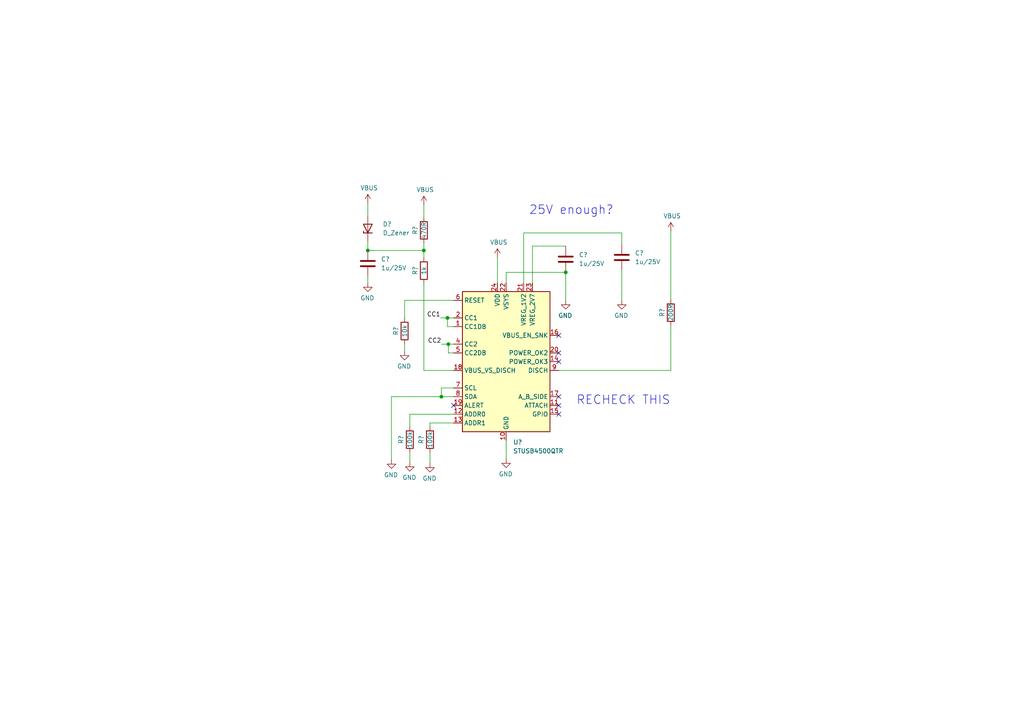
<source format=kicad_sch>
(kicad_sch (version 20211123) (generator eeschema)
  (paper "A4")
  (lib_symbols
    (symbol "Device:C" (pin_numbers hide) (pin_names (offset 0.254))
      (property "Reference" "C" (at 0.635 2.54 0))
      (property "Value" "C" (at 0.635 -2.54 0))
      (symbol "C_0_1"
        (polyline (pts (xy -2.032 -0.762) (xy 2.032 -0.762)) (stroke (width 0.508)))
        (polyline (pts (xy -2.032 0.762) (xy 2.032 0.762)) (stroke (width 0.508)))
      )
      (symbol "C_1_1"
        (pin passive line (at 0 3.81 270) (length 2.794) (name "~") (number "1"))
        (pin passive line (at 0 -3.81 90) (length 2.794) (name "~") (number "2"))
      )
    )
    (symbol "Device:D_Zener" (pin_numbers hide) (pin_names (offset 1.016) hide)
      (property "Reference" "D" (at 0 2.54 0))
      (property "Value" "D_Zener" (at 0 -2.54 0))
      (symbol "D_Zener_0_1"
        (polyline (pts (xy 1.27 0) (xy -1.27 0)))
        (polyline (pts (xy -1.27 -1.27) (xy -1.27 1.27) (xy -0.762 1.27)) (stroke (width 0.254)))
        (polyline (pts (xy 1.27 -1.27) (xy 1.27 1.27) (xy -1.27 0) (xy 1.27 -1.27)) (stroke (width 0.254)))
      )
      (symbol "D_Zener_1_1"
        (pin passive line (at -3.81 0 0) (length 2.54) (name "K") (number "1"))
        (pin passive line (at 3.81 0 180) (length 2.54) (name "A") (number "2"))
      )
    )
    (symbol "Device:R" (pin_numbers hide) (pin_names (offset 0))
      (property "Reference" "R" (at 2.032 0 90))
      (property "Value" "R" (at 0 0 90))
      (symbol "R_0_1"
        (rectangle (start -1.016 -2.54) (end 1.016 2.54) (stroke (width 0.254)))
      )
      (symbol "R_1_1"
        (pin passive line (at 0 3.81 270) (length 1.27) (name "~") (number "1"))
        (pin passive line (at 0 -3.81 90) (length 1.27) (name "~") (number "2"))
      )
    )
    (symbol "Interface_USB:STUSB4500QTR"
      (property "Reference" "U" (at -12.7 21.59 0))
      (property "Value" "STUSB4500QTR" (at 8.89 -21.59 0))
      (symbol "STUSB4500QTR_0_1"
        (rectangle (start -12.7 20.32) (end 12.7 -20.32) (stroke (width 0.254)) (fill (type background)))
      )
      (symbol "STUSB4500QTR_1_1"
        (pin bidirectional line (at -15.24 10.16 0) (length 2.54) (name "CC1DB") (number "1"))
        (pin power_in line (at 0 -22.86 90) (length 2.54) (name "GND") (number "10"))
        (pin open_collector line (at 15.24 -12.7 180) (length 2.54) (name "ATTACH") (number "11"))
        (pin input line (at -15.24 -15.24 0) (length 2.54) (name "ADDR0") (number "12"))
        (pin input line (at -15.24 -17.78 0) (length 2.54) (name "ADDR1") (number "13"))
        (pin open_collector line (at 15.24 0 180) (length 2.54) (name "POWER_OK3") (number "14"))
        (pin open_collector line (at 15.24 -15.24 180) (length 2.54) (name "GPIO") (number "15"))
        (pin open_collector line (at 15.24 7.62 180) (length 2.54) (name "VBUS_EN_SNK") (number "16"))
        (pin open_collector line (at 15.24 -10.16 180) (length 2.54) (name "A_B_SIDE") (number "17"))
        (pin input line (at -15.24 -2.54 0) (length 2.54) (name "VBUS_VS_DISCH") (number "18"))
        (pin open_collector line (at -15.24 -12.7 0) (length 2.54) (name "ALERT") (number "19"))
        (pin bidirectional line (at -15.24 12.7 0) (length 2.54) (name "CC1") (number "2"))
        (pin open_collector line (at 15.24 2.54 180) (length 2.54) (name "POWER_OK2") (number "20"))
        (pin power_out line (at 5.08 22.86 270) (length 2.54) (name "VREG_1V2") (number "21"))
        (pin power_in line (at 0 22.86 270) (length 2.54) (name "VSYS") (number "22"))
        (pin power_out line (at 7.62 22.86 270) (length 2.54) (name "VREG_2V7") (number "23"))
        (pin power_in line (at -2.54 22.86 270) (length 2.54) (name "VDD") (number "24"))
        (pin passive line (at 0 -22.86 90) (length 2.54) hide (name "GND") (number "25"))
        (pin no_connect line (at -12.7 15.24 0) (length 2.54) hide (name "NC") (number "3"))
        (pin bidirectional line (at -15.24 5.08 0) (length 2.54) (name "CC2") (number "4"))
        (pin bidirectional line (at -15.24 2.54 0) (length 2.54) (name "CC2DB") (number "5"))
        (pin input line (at -15.24 17.78 0) (length 2.54) (name "RESET") (number "6"))
        (pin input line (at -15.24 -7.62 0) (length 2.54) (name "SCL") (number "7"))
        (pin bidirectional line (at -15.24 -10.16 0) (length 2.54) (name "SDA") (number "8"))
        (pin bidirectional line (at 15.24 -2.54 180) (length 2.54) (name "DISCH") (number "9"))
      )
    )
    (symbol "Interface_USB:USB2514B_Bi" (pin_names (offset 1.016))
      (property "Reference" "U" (at -17.78 40.64 0))
      (property "Value" "USB2514B_Bi" (at -20.32 38.1 0))
      (symbol "USB2514B_Bi_0_1"
        (rectangle (start -25.4 35.56) (end 25.4 -35.56) (stroke (width 0.254)) (fill (type background)))
      )
      (symbol "USB2514B_Bi_1_1"
        (pin bidirectional line (at 27.94 22.86 180) (length 2.54) (name "USBDM_DN1/PRT_DIS_M1") (number "1"))
        (pin power_in line (at -5.08 38.1 270) (length 2.54) (name "VDDA33") (number "10"))
        (pin input line (at -27.94 7.62 0) (length 2.54) (name "TEST") (number "11"))
        (pin bidirectional line (at 27.94 17.78 180) (length 2.54) (name "PRTPWR1/BC_EN1") (number "12"))
        (pin input line (at 27.94 15.24 180) (length 2.54) (name "OCS_N1") (number "13"))
        (pin input line (at -27.94 -12.7 0) (length 2.54) (name "CRFILT") (number "14"))
        (pin power_in line (at 5.08 38.1 270) (length 2.54) (name "VDD33") (number "15"))
        (pin bidirectional line (at 27.94 5.08 180) (length 2.54) (name "PRTPWR2/BC_EN2") (number "16"))
        (pin input line (at 27.94 2.54 180) (length 2.54) (name "OCS_N2") (number "17"))
        (pin bidirectional line (at 27.94 -7.62 180) (length 2.54) (name "PRTPWR3/BC_EN3") (number "18"))
        (pin input line (at 27.94 -10.16 180) (length 2.54) (name "OCS_N3") (number "19"))
        (pin bidirectional line (at 27.94 20.32 180) (length 2.54) (name "USBDP_DN1/PRT_DIS_P1") (number "2"))
        (pin bidirectional line (at 27.94 -20.32 180) (length 2.54) (name "PRTPWR4/BC_EN4") (number "20"))
        (pin input line (at 27.94 -22.86 180) (length 2.54) (name "OCS_N4") (number "21"))
        (pin bidirectional line (at -27.94 -22.86 0) (length 2.54) (name "SDA/SMBDATA/NON_REM1") (number "22"))
        (pin power_in line (at 7.62 38.1 270) (length 2.54) (name "VDD33") (number "23"))
        (pin bidirectional line (at -27.94 -20.32 0) (length 2.54) (name "SCL/SMBCLK/CFG_SEL0") (number "24"))
        (pin bidirectional line (at -27.94 -27.94 0) (length 2.54) (name "HS_IND/CFG_SEL1") (number "25"))
        (pin input line (at -27.94 10.16 0) (length 2.54) (name "RESET_N") (number "26"))
        (pin input line (at -27.94 22.86 0) (length 2.54) (name "VBUS_DET") (number "27"))
        (pin bidirectional line (at -27.94 -25.4 0) (length 2.54) (name "SUSP_IND/LOCAL_PWR/NON_REM0") (number "28"))
        (pin power_in line (at -2.54 38.1 270) (length 2.54) (name "VDDA33") (number "29"))
        (pin bidirectional line (at 27.94 10.16 180) (length 2.54) (name "USBDM_DN2/PRT_DIS_M2") (number "3"))
        (pin bidirectional line (at -27.94 17.78 0) (length 2.54) (name "USBDM_UP") (number "30"))
        (pin bidirectional line (at -27.94 15.24 0) (length 2.54) (name "USBDP_UP") (number "31"))
        (pin output line (at -27.94 -5.08 0) (length 2.54) (name "XTALOUT") (number "32"))
        (pin input clock (at -27.94 -2.54 0) (length 2.54) (name "XTALIN/CLKIN") (number "33"))
        (pin input line (at -27.94 -10.16 0) (length 2.54) (name "PLLFILT") (number "34"))
        (pin input line (at -27.94 2.54 0) (length 2.54) (name "RBIAS") (number "35"))
        (pin power_in line (at 0 38.1 270) (length 2.54) (name "VDDA33") (number "36"))
        (pin power_in line (at 0 -38.1 90) (length 2.54) (name "VSS") (number "37"))
        (pin bidirectional line (at 27.94 7.62 180) (length 2.54) (name "USBDP_DN2/PRT_DIS_P2") (number "4"))
        (pin power_in line (at -7.62 38.1 270) (length 2.54) (name "VDDA33") (number "5"))
        (pin bidirectional line (at 27.94 -2.54 180) (length 2.54) (name "USBDM_DN3/PRT_DIS_M3") (number "6"))
        (pin bidirectional line (at 27.94 -5.08 180) (length 2.54) (name "USBDP_DN3/PRT_DIS_P3") (number "7"))
        (pin bidirectional line (at 27.94 -15.24 180) (length 2.54) (name "USBDM_DN4/PRT_DIS_M4") (number "8"))
        (pin bidirectional line (at 27.94 -17.78 180) (length 2.54) (name "USBDP_DN4/PRT_DIS_P4") (number "9"))
      )
    )
    (symbol "MCU_ST_STM32L1:STM32L151C8Tx"
      (property "Reference" "U" (at -12.7 39.37 0))
      (property "Value" "STM32L151C8Tx" (at 7.62 39.37 0))
      (symbol "STM32L151C8Tx_0_1"
        (rectangle (start -12.7 -38.1) (end 12.7 38.1) (stroke (width 0.254)) (fill (type background)))
      )
      (symbol "STM32L151C8Tx_1_1"
        (pin power_in line (at -15.24 25.4 0) (length 2.54) (name "VLCD") (number "1"))
        (pin bidirectional line (at 15.24 2.54 180) (length 2.54) (name "PA0") (number "10"))
        (pin bidirectional line (at 15.24 0 180) (length 2.54) (name "PA1") (number "11"))
        (pin bidirectional line (at 15.24 -2.54 180) (length 2.54) (name "PA2") (number "12"))
        (pin bidirectional line (at 15.24 -5.08 180) (length 2.54) (name "PA3") (number "13"))
        (pin bidirectional line (at 15.24 -7.62 180) (length 2.54) (name "PA4") (number "14"))
        (pin bidirectional line (at 15.24 -10.16 180) (length 2.54) (name "PA5") (number "15"))
        (pin bidirectional line (at 15.24 -12.7 180) (length 2.54) (name "PA6") (number "16"))
        (pin bidirectional line (at 15.24 -15.24 180) (length 2.54) (name "PA7") (number "17"))
        (pin bidirectional line (at -15.24 2.54 0) (length 2.54) (name "PB0") (number "18"))
        (pin bidirectional line (at -15.24 0 0) (length 2.54) (name "PB1") (number "19"))
        (pin bidirectional line (at -15.24 12.7 0) (length 2.54) (name "PC13") (number "2"))
        (pin bidirectional line (at -15.24 -2.54 0) (length 2.54) (name "PB2") (number "20"))
        (pin bidirectional line (at -15.24 -22.86 0) (length 2.54) (name "PB10") (number "21"))
        (pin bidirectional line (at -15.24 -25.4 0) (length 2.54) (name "PB11") (number "22"))
        (pin power_in line (at -2.54 -40.64 90) (length 2.54) (name "VSS") (number "23"))
        (pin power_in line (at -2.54 40.64 270) (length 2.54) (name "VDD") (number "24"))
        (pin bidirectional line (at -15.24 -27.94 0) (length 2.54) (name "PB12") (number "25"))
        (pin bidirectional line (at -15.24 -30.48 0) (length 2.54) (name "PB13") (number "26"))
        (pin bidirectional line (at -15.24 -33.02 0) (length 2.54) (name "PB14") (number "27"))
        (pin bidirectional line (at -15.24 -35.56 0) (length 2.54) (name "PB15") (number "28"))
        (pin bidirectional line (at 15.24 -17.78 180) (length 2.54) (name "PA8") (number "29"))
        (pin bidirectional line (at -15.24 10.16 0) (length 2.54) (name "PC14") (number "3"))
        (pin bidirectional line (at 15.24 -20.32 180) (length 2.54) (name "PA9") (number "30"))
        (pin bidirectional line (at 15.24 -22.86 180) (length 2.54) (name "PA10") (number "31"))
        (pin bidirectional line (at 15.24 -25.4 180) (length 2.54) (name "PA11") (number "32"))
        (pin bidirectional line (at 15.24 -27.94 180) (length 2.54) (name "PA12") (number "33"))
        (pin bidirectional line (at 15.24 -30.48 180) (length 2.54) (name "PA13") (number "34"))
        (pin power_in line (at 0 -40.64 90) (length 2.54) (name "VSS") (number "35"))
        (pin power_in line (at 0 40.64 270) (length 2.54) (name "VDD") (number "36"))
        (pin bidirectional line (at 15.24 -33.02 180) (length 2.54) (name "PA14") (number "37"))
        (pin bidirectional line (at 15.24 -35.56 180) (length 2.54) (name "PA15") (number "38"))
        (pin bidirectional line (at -15.24 -5.08 0) (length 2.54) (name "PB3") (number "39"))
        (pin bidirectional line (at -15.24 7.62 0) (length 2.54) (name "PC15") (number "4"))
        (pin bidirectional line (at -15.24 -7.62 0) (length 2.54) (name "PB4") (number "40"))
        (pin bidirectional line (at -15.24 -10.16 0) (length 2.54) (name "PB5") (number "41"))
        (pin bidirectional line (at -15.24 -12.7 0) (length 2.54) (name "PB6") (number "42"))
        (pin bidirectional line (at -15.24 -15.24 0) (length 2.54) (name "PB7") (number "43"))
        (pin input line (at -15.24 30.48 0) (length 2.54) (name "BOOT0") (number "44"))
        (pin bidirectional line (at -15.24 -17.78 0) (length 2.54) (name "PB8") (number "45"))
        (pin bidirectional line (at -15.24 -20.32 0) (length 2.54) (name "PB9") (number "46"))
        (pin power_in line (at 2.54 -40.64 90) (length 2.54) (name "VSS") (number "47"))
        (pin power_in line (at 2.54 40.64 270) (length 2.54) (name "VDD") (number "48"))
        (pin input line (at -15.24 20.32 0) (length 2.54) (name "PH0") (number "5"))
        (pin input line (at -15.24 17.78 0) (length 2.54) (name "PH1") (number "6"))
        (pin input line (at -15.24 35.56 0) (length 2.54) (name "NRST") (number "7"))
        (pin power_in line (at 5.08 -40.64 90) (length 2.54) (name "VSSA") (number "8"))
        (pin power_in line (at 5.08 40.64 270) (length 2.54) (name "VDDA") (number "9"))
      )
    )
    (symbol "power:GND" (power) (pin_names (offset 0))
      (property "Value" "GND" (at 0 -3.81 0))
      (symbol "GND_0_1"
        (polyline (pts (xy 0 0) (xy 0 -1.27) (xy 1.27 -1.27) (xy 0 -2.54) (xy -1.27 -1.27) (xy 0 -1.27)))
      )
      (symbol "GND_1_1"
        (pin power_in line (at 0 0 270) (length 0) hide (name "GND") (number "1"))
      )
    )
    (symbol "power:VBUS" (power) (pin_names (offset 0))
      (property "Value" "VBUS" (at 0 3.81 0))
      (symbol "VBUS_0_1"
        (polyline (pts (xy -0.762 1.27) (xy 0 2.54)))
        (polyline (pts (xy 0 0) (xy 0 2.54)))
        (polyline (pts (xy 0 2.54) (xy 0.762 1.27)))
      )
      (symbol "VBUS_1_1"
        (pin power_in line (at 0 0 90) (length 0) hide (name "VBUS") (number "1"))
      )
    )
  )
  (junction (at 122.936 72.644))
  (junction (at 128.016 115.062))
  (junction (at 130.048 99.822))
  (junction (at 106.68 72.644))
  (junction (at 129.794 92.202))
  (junction (at 164.084 78.994))
  (no_connect (at 162.052 115.062))
  (no_connect (at 131.572 117.602))
  (no_connect (at 162.052 102.362))
  (no_connect (at 162.052 117.602))
  (no_connect (at 162.052 104.902))
  (no_connect (at 162.052 97.282))
  (no_connect (at 162.052 120.142))
  (wire (pts (xy 131.572 120.142) (xy 118.872 120.142)))
  (wire (pts (xy 113.538 115.062) (xy 128.016 115.062)))
  (wire (pts (xy 117.348 99.822) (xy 117.348 101.854)))
  (wire (pts (xy 154.432 71.374) (xy 164.084 71.374)))
  (wire (pts (xy 194.564 94.488) (xy 194.564 107.442)))
  (wire (pts (xy 122.936 59.436) (xy 122.936 62.992)))
  (wire (pts (xy 124.714 131.318) (xy 124.714 134.366)))
  (wire (pts (xy 128.016 112.522) (xy 131.572 112.522)))
  (wire (pts (xy 146.812 78.994) (xy 164.084 78.994)))
  (wire (pts (xy 129.794 92.202) (xy 131.572 92.202)))
  (wire (pts (xy 113.538 115.062) (xy 113.538 133.35)))
  (wire (pts (xy 130.048 102.362) (xy 130.048 99.822)))
  (wire (pts (xy 106.68 72.644) (xy 106.68 70.104)))
  (wire (pts (xy 154.432 82.042) (xy 154.432 71.374)))
  (wire (pts (xy 131.572 102.362) (xy 130.048 102.362)))
  (wire (pts (xy 144.272 74.676) (xy 144.272 82.042)))
  (wire (pts (xy 128.016 99.822) (xy 130.048 99.822)))
  (wire (pts (xy 118.872 131.318) (xy 118.872 134.112)))
  (wire (pts (xy 127.762 92.202) (xy 129.794 92.202)))
  (wire (pts (xy 131.572 94.742) (xy 129.794 94.742)))
  (wire (pts (xy 124.714 122.682) (xy 124.714 123.698)))
  (wire (pts (xy 117.348 87.122) (xy 117.348 92.202)))
  (wire (pts (xy 122.936 70.612) (xy 122.936 72.644)))
  (wire (pts (xy 146.812 127.762) (xy 146.812 133.096)))
  (wire (pts (xy 162.052 107.442) (xy 194.564 107.442)))
  (wire (pts (xy 106.68 58.928) (xy 106.68 62.484)))
  (wire (pts (xy 164.084 78.994) (xy 164.084 87.122)))
  (wire (pts (xy 151.892 82.042) (xy 151.892 67.564)))
  (wire (pts (xy 180.34 67.564) (xy 180.34 70.866)))
  (wire (pts (xy 131.572 107.442) (xy 122.936 107.442)))
  (wire (pts (xy 118.872 120.142) (xy 118.872 123.698)))
  (wire (pts (xy 130.048 99.822) (xy 131.572 99.822)))
  (wire (pts (xy 106.68 80.264) (xy 106.68 82.042)))
  (wire (pts (xy 180.34 78.486) (xy 180.34 87.122)))
  (wire (pts (xy 131.572 122.682) (xy 124.714 122.682)))
  (wire (pts (xy 122.936 72.644) (xy 122.936 74.676)))
  (wire (pts (xy 131.572 87.122) (xy 117.348 87.122)))
  (wire (pts (xy 122.936 72.644) (xy 106.68 72.644)))
  (wire (pts (xy 122.936 107.442) (xy 122.936 82.296)))
  (wire (pts (xy 146.812 82.042) (xy 146.812 78.994)))
  (wire (pts (xy 151.892 67.564) (xy 180.34 67.564)))
  (wire (pts (xy 194.564 67.056) (xy 194.564 86.868)))
  (wire (pts (xy 128.016 115.062) (xy 131.572 115.062)))
  (wire (pts (xy 128.016 112.522) (xy 128.016 115.062)))
  (wire (pts (xy 129.794 92.202) (xy 129.794 94.742)))
  (text "RECHECK THIS" (at 167.132 117.602 0) (effects (font (size 2.5 2.5)) (justify left bottom)))
  (text "25V enough?" (at 153.416 62.484 0) (effects (font (size 2.5 2.5)) (justify left bottom)))
  (label "CC2" (at 128.016 99.822 180))
  (label "CC1" (at 127.762 92.202 180))
  (symbol (lib_id "MCU_ST_STM32L1:STM32L151C8Tx") (at -50.8 151.638 0) (unit 1)
    (property "Reference" "U?" (at -43.7006 108.966 0) (effects (justify left)))
    (property "Value" "STM32L151C8Tx" (at -43.7006 111.506 0) (effects (justify left)))
    (property "Footprint" "Package_QFP:LQFP-48_7x7mm_P0.5mm" (effects hide))
    (property "Datasheet" "http://www.st.com/st-web-ui/static/active/en/resource/technical/document/datasheet/CD00277537.pdf" (effects hide))
  )
  (symbol (lib_id "power:GND") (at 113.538 133.35 0) (mirror y) (unit 1)
    (property "Reference" "#PWR?" (effects hide))
    (property "Value" "GND" (at 113.411 137.7442 0))
  )
  (symbol (lib_id "power:GND") (at 146.812 133.096 0) (mirror y) (unit 1)
    (property "Reference" "#PWR?" (effects hide))
    (property "Value" "GND" (at 146.685 137.4902 0))
  )
  (symbol (lib_id "power:GND") (at 106.68 82.042 0) (mirror y) (unit 1)
    (property "Reference" "#PWR?" (effects hide))
    (property "Value" "GND" (at 106.553 86.4362 0))
  )
  (symbol (lib_id "power:VBUS") (at 194.564 67.056 0) (unit 1)
    (property "Reference" "#PWR?" (effects hide))
    (property "Value" "VBUS" (at 194.945 62.6618 0))
  )
  (symbol (lib_id "power:VBUS") (at 122.936 59.436 0) (unit 1)
    (property "Reference" "#PWR?" (effects hide))
    (property "Value" "VBUS" (at 123.317 55.0418 0))
  )
  (symbol (lib_id "Device:C") (at 180.34 74.676 0) (unit 1)
    (property "Reference" "C?" (at 184.15 73.4059 0) (effects (justify left)))
    (property "Value" "1u/25V" (at 184.15 75.9459 0) (effects (justify left)))
    (property "Footprint" "Capacitor_SMD:C_0402_1005Metric" (effects hide))
    (property "LCSC" "C52923" (effects hide))
  )
  (symbol (lib_id "Device:D_Zener") (at 106.68 66.294 90) (unit 1)
    (property "Reference" "D?" (at 110.998 65.0239 90) (effects (justify right)))
    (property "Value" "D_Zener" (at 110.998 67.5639 90) (effects (justify right)))
  )
  (symbol (lib_id "power:GND") (at 117.348 101.854 0) (mirror y) (unit 1)
    (property "Reference" "#PWR?" (effects hide))
    (property "Value" "GND" (at 117.221 106.2482 0))
  )
  (symbol (lib_id "power:GND") (at 180.34 87.122 0) (mirror y) (unit 1)
    (property "Reference" "#PWR?" (effects hide))
    (property "Value" "GND" (at 180.213 91.5162 0))
  )
  (symbol (lib_id "Device:R") (at 118.872 127.508 0) (unit 1)
    (property "Reference" "R?" (at 116.332 127.508 90))
    (property "Value" "100k" (at 118.872 127.508 90))
    (property "Footprint" "Resistor_SMD:R_0402_1005Metric" (effects hide))
  )
  (symbol (lib_id "Interface_USB:USB2514B_Bi") (at -58.674 45.466 0) (unit 1)
    (property "Reference" "U?" (at -56.6546 83.312 0) (effects (justify left)))
    (property "Value" "USB2514B_Bi" (at -56.6546 85.852 0) (effects (justify left)))
    (property "Footprint" "Package_DFN_QFN:QFN-36-1EP_6x6mm_P0.5mm_EP3.7x3.7mm" (effects hide))
    (property "Datasheet" "http://ww1.microchip.com/downloads/en/DeviceDoc/00001692C.pdf" (effects hide))
  )
  (symbol (lib_id "Interface_USB:STUSB4500QTR") (at 146.812 104.902 0) (unit 1)
    (property "Reference" "U?" (at 148.8314 128.27 0) (effects (justify left)))
    (property "Value" "STUSB4500QTR" (at 148.8314 130.81 0) (effects (justify left)))
    (property "Footprint" "Package_DFN_QFN:QFN-24-1EP_4x4mm_P0.5mm_EP2.7x2.7mm" (effects hide))
    (property "Datasheet" "https://www.st.com/resource/en/datasheet/stusb4500.pdf" (effects hide))
  )
  (symbol (lib_id "Device:R") (at 122.936 66.802 0) (unit 1)
    (property "Reference" "R?" (at 120.396 66.802 90))
    (property "Value" "470R" (at 122.936 66.802 90))
    (property "Footprint" "Resistor_SMD:R_0402_1005Metric" (effects hide))
  )
  (symbol (lib_id "Device:R") (at 194.564 90.678 0) (unit 1)
    (property "Reference" "R?" (at 192.024 90.678 90))
    (property "Value" "200R" (at 194.564 90.678 90))
    (property "Footprint" "Resistor_SMD:R_0402_1005Metric" (effects hide))
  )
  (symbol (lib_id "Device:R") (at 117.348 96.012 0) (unit 1)
    (property "Reference" "R?" (at 114.808 96.012 90))
    (property "Value" "10k" (at 117.348 96.012 90))
    (property "Footprint" "Resistor_SMD:R_0402_1005Metric" (effects hide))
  )
  (symbol (lib_id "power:GND") (at 124.714 134.366 0) (mirror y) (unit 1)
    (property "Reference" "#PWR?" (effects hide))
    (property "Value" "GND" (at 124.587 138.7602 0))
  )
  (symbol (lib_id "Device:R") (at 122.936 78.486 0) (unit 1)
    (property "Reference" "R?" (at 120.396 78.486 90))
    (property "Value" "1k" (at 122.936 78.486 90))
    (property "Footprint" "Resistor_SMD:R_0402_1005Metric" (effects hide))
  )
  (symbol (lib_id "Device:C") (at 106.68 76.454 0) (unit 1)
    (property "Reference" "C?" (at 110.49 75.1839 0) (effects (justify left)))
    (property "Value" "1u/25V" (at 110.49 77.7239 0) (effects (justify left)))
    (property "Footprint" "Capacitor_SMD:C_0402_1005Metric" (effects hide))
    (property "LCSC" "C52923" (effects hide))
  )
  (symbol (lib_id "power:GND") (at 118.872 134.112 0) (mirror y) (unit 1)
    (property "Reference" "#PWR?" (effects hide))
    (property "Value" "GND" (at 118.745 138.5062 0))
  )
  (symbol (lib_id "Device:C") (at 164.084 75.184 0) (unit 1)
    (property "Reference" "C?" (at 167.894 73.9139 0) (effects (justify left)))
    (property "Value" "1u/25V" (at 167.894 76.4539 0) (effects (justify left)))
    (property "Footprint" "Capacitor_SMD:C_0402_1005Metric" (effects hide))
    (property "LCSC" "C52923" (effects hide))
  )
  (symbol (lib_id "power:GND") (at 164.084 87.122 0) (mirror y) (unit 1)
    (property "Reference" "#PWR?" (effects hide))
    (property "Value" "GND" (at 163.957 91.5162 0))
  )
  (symbol (lib_id "Device:R") (at 124.714 127.508 0) (unit 1)
    (property "Reference" "R?" (at 122.174 127.508 90))
    (property "Value" "100k" (at 124.714 127.508 90))
    (property "Footprint" "Resistor_SMD:R_0402_1005Metric" (effects hide))
  )
  (symbol (lib_id "power:VBUS") (at 106.68 58.928 0) (unit 1)
    (property "Reference" "#PWR?" (effects hide))
    (property "Value" "VBUS" (at 107.061 54.5338 0))
  )
  (symbol (lib_id "power:VBUS") (at 144.272 74.676 0) (unit 1)
    (property "Reference" "#PWR?" (effects hide))
    (property "Value" "VBUS" (at 144.653 70.2818 0))
  )
)
</source>
